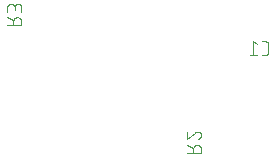
<source format=gbr>
G04 EAGLE Gerber RS-274X export*
G75*
%MOMM*%
%FSLAX34Y34*%
%LPD*%
%INSilkscreen Bottom*%
%IPPOS*%
%AMOC8*
5,1,8,0,0,1.08239X$1,22.5*%
G01*
%ADD10C,0.101600*%


D10*
X400699Y191008D02*
X403296Y191008D01*
X403395Y191010D01*
X403495Y191016D01*
X403594Y191025D01*
X403692Y191038D01*
X403790Y191055D01*
X403888Y191076D01*
X403984Y191101D01*
X404079Y191129D01*
X404173Y191161D01*
X404266Y191196D01*
X404358Y191235D01*
X404448Y191278D01*
X404536Y191323D01*
X404623Y191373D01*
X404707Y191425D01*
X404790Y191481D01*
X404870Y191539D01*
X404948Y191601D01*
X405023Y191666D01*
X405096Y191734D01*
X405166Y191804D01*
X405234Y191877D01*
X405299Y191952D01*
X405361Y192030D01*
X405419Y192110D01*
X405475Y192193D01*
X405527Y192277D01*
X405577Y192364D01*
X405622Y192452D01*
X405665Y192542D01*
X405704Y192634D01*
X405739Y192727D01*
X405771Y192821D01*
X405799Y192916D01*
X405824Y193012D01*
X405845Y193110D01*
X405862Y193208D01*
X405875Y193306D01*
X405884Y193405D01*
X405890Y193505D01*
X405892Y193604D01*
X405892Y200096D01*
X405890Y200195D01*
X405884Y200295D01*
X405875Y200394D01*
X405862Y200492D01*
X405845Y200590D01*
X405824Y200688D01*
X405799Y200784D01*
X405771Y200879D01*
X405739Y200973D01*
X405704Y201066D01*
X405665Y201158D01*
X405622Y201248D01*
X405577Y201336D01*
X405527Y201423D01*
X405475Y201507D01*
X405419Y201590D01*
X405361Y201670D01*
X405299Y201748D01*
X405234Y201823D01*
X405166Y201896D01*
X405096Y201966D01*
X405023Y202034D01*
X404948Y202099D01*
X404870Y202161D01*
X404790Y202219D01*
X404707Y202275D01*
X404623Y202327D01*
X404536Y202377D01*
X404448Y202422D01*
X404358Y202465D01*
X404266Y202504D01*
X404173Y202539D01*
X404079Y202571D01*
X403984Y202599D01*
X403888Y202624D01*
X403790Y202645D01*
X403692Y202662D01*
X403594Y202675D01*
X403495Y202684D01*
X403395Y202690D01*
X403296Y202692D01*
X400699Y202692D01*
X396334Y200096D02*
X393088Y202692D01*
X393088Y191008D01*
X389843Y191008D02*
X396334Y191008D01*
X348742Y108458D02*
X337058Y108458D01*
X348742Y108458D02*
X348742Y111704D01*
X348740Y111817D01*
X348734Y111930D01*
X348724Y112043D01*
X348710Y112156D01*
X348693Y112268D01*
X348671Y112379D01*
X348646Y112489D01*
X348616Y112599D01*
X348583Y112707D01*
X348546Y112814D01*
X348506Y112920D01*
X348461Y113024D01*
X348413Y113127D01*
X348362Y113228D01*
X348307Y113327D01*
X348249Y113424D01*
X348187Y113519D01*
X348122Y113612D01*
X348054Y113702D01*
X347983Y113790D01*
X347908Y113876D01*
X347831Y113959D01*
X347751Y114039D01*
X347668Y114116D01*
X347582Y114191D01*
X347494Y114262D01*
X347404Y114330D01*
X347311Y114395D01*
X347216Y114457D01*
X347119Y114515D01*
X347020Y114570D01*
X346919Y114621D01*
X346816Y114669D01*
X346712Y114714D01*
X346606Y114754D01*
X346499Y114791D01*
X346391Y114824D01*
X346281Y114854D01*
X346171Y114879D01*
X346060Y114901D01*
X345948Y114918D01*
X345835Y114932D01*
X345722Y114942D01*
X345609Y114948D01*
X345496Y114950D01*
X345383Y114948D01*
X345270Y114942D01*
X345157Y114932D01*
X345044Y114918D01*
X344932Y114901D01*
X344821Y114879D01*
X344711Y114854D01*
X344601Y114824D01*
X344493Y114791D01*
X344386Y114754D01*
X344280Y114714D01*
X344176Y114669D01*
X344073Y114621D01*
X343972Y114570D01*
X343873Y114515D01*
X343776Y114457D01*
X343681Y114395D01*
X343588Y114330D01*
X343498Y114262D01*
X343410Y114191D01*
X343324Y114116D01*
X343241Y114039D01*
X343161Y113959D01*
X343084Y113876D01*
X343009Y113790D01*
X342938Y113702D01*
X342870Y113612D01*
X342805Y113519D01*
X342743Y113424D01*
X342685Y113327D01*
X342630Y113228D01*
X342579Y113127D01*
X342531Y113024D01*
X342486Y112920D01*
X342446Y112814D01*
X342409Y112707D01*
X342376Y112599D01*
X342346Y112489D01*
X342321Y112379D01*
X342299Y112268D01*
X342282Y112156D01*
X342268Y112043D01*
X342258Y111930D01*
X342252Y111817D01*
X342250Y111704D01*
X342251Y111704D02*
X342251Y108458D01*
X342251Y112353D02*
X337058Y114949D01*
X345821Y126305D02*
X345928Y126303D01*
X346034Y126297D01*
X346140Y126287D01*
X346246Y126274D01*
X346352Y126256D01*
X346456Y126235D01*
X346560Y126210D01*
X346663Y126181D01*
X346764Y126149D01*
X346864Y126112D01*
X346963Y126072D01*
X347061Y126029D01*
X347157Y125982D01*
X347251Y125931D01*
X347343Y125877D01*
X347433Y125820D01*
X347521Y125760D01*
X347606Y125696D01*
X347689Y125629D01*
X347770Y125559D01*
X347848Y125487D01*
X347924Y125411D01*
X347996Y125333D01*
X348066Y125252D01*
X348133Y125169D01*
X348197Y125084D01*
X348257Y124996D01*
X348314Y124906D01*
X348368Y124814D01*
X348419Y124720D01*
X348466Y124624D01*
X348509Y124526D01*
X348549Y124427D01*
X348586Y124327D01*
X348618Y124226D01*
X348647Y124123D01*
X348672Y124019D01*
X348693Y123915D01*
X348711Y123809D01*
X348724Y123703D01*
X348734Y123597D01*
X348740Y123491D01*
X348742Y123384D01*
X348740Y123263D01*
X348734Y123142D01*
X348724Y123022D01*
X348711Y122901D01*
X348693Y122782D01*
X348672Y122662D01*
X348647Y122544D01*
X348618Y122427D01*
X348585Y122310D01*
X348549Y122195D01*
X348508Y122081D01*
X348465Y121968D01*
X348417Y121856D01*
X348366Y121747D01*
X348311Y121639D01*
X348253Y121532D01*
X348192Y121428D01*
X348127Y121326D01*
X348059Y121226D01*
X347988Y121128D01*
X347914Y121032D01*
X347837Y120939D01*
X347756Y120849D01*
X347673Y120761D01*
X347587Y120676D01*
X347498Y120593D01*
X347407Y120514D01*
X347313Y120437D01*
X347217Y120364D01*
X347119Y120294D01*
X347018Y120227D01*
X346915Y120163D01*
X346810Y120103D01*
X346703Y120046D01*
X346595Y119992D01*
X346485Y119942D01*
X346373Y119896D01*
X346260Y119853D01*
X346145Y119814D01*
X343549Y125332D02*
X343626Y125411D01*
X343707Y125487D01*
X343790Y125560D01*
X343875Y125630D01*
X343963Y125697D01*
X344053Y125761D01*
X344145Y125821D01*
X344240Y125878D01*
X344336Y125932D01*
X344434Y125983D01*
X344534Y126030D01*
X344636Y126074D01*
X344739Y126114D01*
X344843Y126150D01*
X344949Y126182D01*
X345055Y126211D01*
X345163Y126236D01*
X345271Y126258D01*
X345381Y126275D01*
X345490Y126289D01*
X345600Y126298D01*
X345711Y126304D01*
X345821Y126306D01*
X343549Y125332D02*
X337058Y119814D01*
X337058Y126305D01*
X196342Y216595D02*
X184658Y216595D01*
X196342Y216595D02*
X196342Y219840D01*
X196340Y219953D01*
X196334Y220066D01*
X196324Y220179D01*
X196310Y220292D01*
X196293Y220404D01*
X196271Y220515D01*
X196246Y220625D01*
X196216Y220735D01*
X196183Y220843D01*
X196146Y220950D01*
X196106Y221056D01*
X196061Y221160D01*
X196013Y221263D01*
X195962Y221364D01*
X195907Y221463D01*
X195849Y221560D01*
X195787Y221655D01*
X195722Y221748D01*
X195654Y221838D01*
X195583Y221926D01*
X195508Y222012D01*
X195431Y222095D01*
X195351Y222175D01*
X195268Y222252D01*
X195182Y222327D01*
X195094Y222398D01*
X195004Y222466D01*
X194911Y222531D01*
X194816Y222593D01*
X194719Y222651D01*
X194620Y222706D01*
X194519Y222757D01*
X194416Y222805D01*
X194312Y222850D01*
X194206Y222890D01*
X194099Y222927D01*
X193991Y222960D01*
X193881Y222990D01*
X193771Y223015D01*
X193660Y223037D01*
X193548Y223054D01*
X193435Y223068D01*
X193322Y223078D01*
X193209Y223084D01*
X193096Y223086D01*
X192983Y223084D01*
X192870Y223078D01*
X192757Y223068D01*
X192644Y223054D01*
X192532Y223037D01*
X192421Y223015D01*
X192311Y222990D01*
X192201Y222960D01*
X192093Y222927D01*
X191986Y222890D01*
X191880Y222850D01*
X191776Y222805D01*
X191673Y222757D01*
X191572Y222706D01*
X191473Y222651D01*
X191376Y222593D01*
X191281Y222531D01*
X191188Y222466D01*
X191098Y222398D01*
X191010Y222327D01*
X190924Y222252D01*
X190841Y222175D01*
X190761Y222095D01*
X190684Y222012D01*
X190609Y221926D01*
X190538Y221838D01*
X190470Y221748D01*
X190405Y221655D01*
X190343Y221560D01*
X190285Y221463D01*
X190230Y221364D01*
X190179Y221263D01*
X190131Y221160D01*
X190086Y221056D01*
X190046Y220950D01*
X190009Y220843D01*
X189976Y220735D01*
X189946Y220625D01*
X189921Y220515D01*
X189899Y220404D01*
X189882Y220292D01*
X189868Y220179D01*
X189858Y220066D01*
X189852Y219953D01*
X189850Y219840D01*
X189851Y219840D02*
X189851Y216595D01*
X189851Y220489D02*
X184658Y223086D01*
X184658Y227951D02*
X184658Y231196D01*
X184660Y231309D01*
X184666Y231422D01*
X184676Y231535D01*
X184690Y231648D01*
X184707Y231760D01*
X184729Y231871D01*
X184754Y231981D01*
X184784Y232091D01*
X184817Y232199D01*
X184854Y232306D01*
X184894Y232412D01*
X184939Y232516D01*
X184987Y232619D01*
X185038Y232720D01*
X185093Y232819D01*
X185151Y232916D01*
X185213Y233011D01*
X185278Y233104D01*
X185346Y233194D01*
X185417Y233282D01*
X185492Y233368D01*
X185569Y233451D01*
X185649Y233531D01*
X185732Y233608D01*
X185818Y233683D01*
X185906Y233754D01*
X185996Y233822D01*
X186089Y233887D01*
X186184Y233949D01*
X186281Y234007D01*
X186380Y234062D01*
X186481Y234113D01*
X186584Y234161D01*
X186688Y234206D01*
X186794Y234246D01*
X186901Y234283D01*
X187009Y234316D01*
X187119Y234346D01*
X187229Y234371D01*
X187340Y234393D01*
X187452Y234410D01*
X187565Y234424D01*
X187678Y234434D01*
X187791Y234440D01*
X187904Y234442D01*
X188017Y234440D01*
X188130Y234434D01*
X188243Y234424D01*
X188356Y234410D01*
X188468Y234393D01*
X188579Y234371D01*
X188689Y234346D01*
X188799Y234316D01*
X188907Y234283D01*
X189014Y234246D01*
X189120Y234206D01*
X189224Y234161D01*
X189327Y234113D01*
X189428Y234062D01*
X189527Y234007D01*
X189624Y233949D01*
X189719Y233887D01*
X189812Y233822D01*
X189902Y233754D01*
X189990Y233683D01*
X190076Y233608D01*
X190159Y233531D01*
X190239Y233451D01*
X190316Y233368D01*
X190391Y233282D01*
X190462Y233194D01*
X190530Y233104D01*
X190595Y233011D01*
X190657Y232916D01*
X190715Y232819D01*
X190770Y232720D01*
X190821Y232619D01*
X190869Y232516D01*
X190914Y232412D01*
X190954Y232306D01*
X190991Y232199D01*
X191024Y232091D01*
X191054Y231981D01*
X191079Y231871D01*
X191101Y231760D01*
X191118Y231648D01*
X191132Y231535D01*
X191142Y231422D01*
X191148Y231309D01*
X191150Y231196D01*
X196342Y231846D02*
X196342Y227951D01*
X196342Y231846D02*
X196340Y231947D01*
X196334Y232047D01*
X196324Y232147D01*
X196311Y232247D01*
X196293Y232346D01*
X196272Y232445D01*
X196247Y232542D01*
X196218Y232639D01*
X196185Y232734D01*
X196149Y232828D01*
X196109Y232920D01*
X196066Y233011D01*
X196019Y233100D01*
X195969Y233187D01*
X195915Y233273D01*
X195858Y233356D01*
X195798Y233436D01*
X195735Y233515D01*
X195668Y233591D01*
X195599Y233664D01*
X195527Y233734D01*
X195453Y233802D01*
X195376Y233867D01*
X195296Y233928D01*
X195214Y233987D01*
X195130Y234042D01*
X195044Y234094D01*
X194956Y234143D01*
X194866Y234188D01*
X194774Y234230D01*
X194681Y234268D01*
X194586Y234302D01*
X194491Y234333D01*
X194394Y234360D01*
X194296Y234383D01*
X194197Y234403D01*
X194097Y234418D01*
X193997Y234430D01*
X193897Y234438D01*
X193796Y234442D01*
X193696Y234442D01*
X193595Y234438D01*
X193495Y234430D01*
X193395Y234418D01*
X193295Y234403D01*
X193196Y234383D01*
X193098Y234360D01*
X193001Y234333D01*
X192906Y234302D01*
X192811Y234268D01*
X192718Y234230D01*
X192626Y234188D01*
X192536Y234143D01*
X192448Y234094D01*
X192362Y234042D01*
X192278Y233987D01*
X192196Y233928D01*
X192116Y233867D01*
X192039Y233802D01*
X191965Y233734D01*
X191893Y233664D01*
X191824Y233591D01*
X191757Y233515D01*
X191694Y233436D01*
X191634Y233356D01*
X191577Y233273D01*
X191523Y233187D01*
X191473Y233100D01*
X191426Y233011D01*
X191383Y232920D01*
X191343Y232828D01*
X191307Y232734D01*
X191274Y232639D01*
X191245Y232542D01*
X191220Y232445D01*
X191199Y232346D01*
X191181Y232247D01*
X191168Y232147D01*
X191158Y232047D01*
X191152Y231947D01*
X191150Y231846D01*
X191149Y231846D02*
X191149Y229249D01*
M02*

</source>
